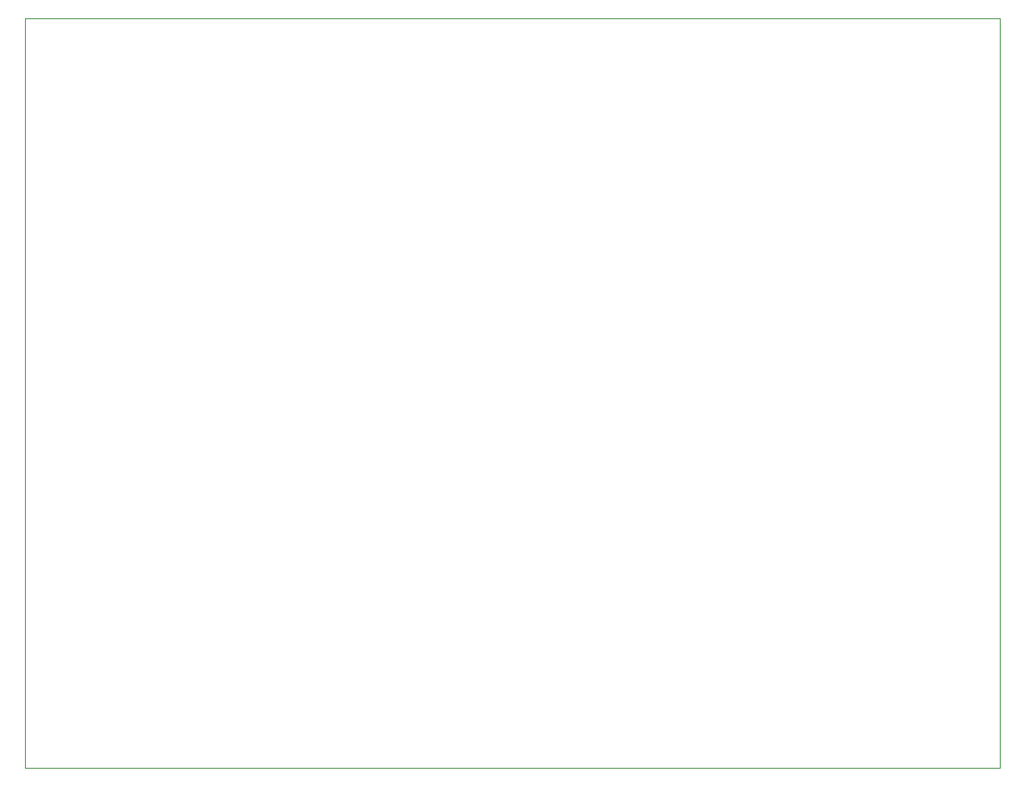
<source format=gbr>
%TF.GenerationSoftware,KiCad,Pcbnew,5.1.10-88a1d61d58~90~ubuntu20.04.1*%
%TF.CreationDate,2023-02-04T19:14:01+01:00*%
%TF.ProjectId,zvire-vetrnik-control,7a766972-652d-4766-9574-726e696b2d63,rev?*%
%TF.SameCoordinates,PX3072580PY9157080*%
%TF.FileFunction,Profile,NP*%
%FSLAX46Y46*%
G04 Gerber Fmt 4.6, Leading zero omitted, Abs format (unit mm)*
G04 Created by KiCad (PCBNEW 5.1.10-88a1d61d58~90~ubuntu20.04.1) date 2023-02-04 19:14:01*
%MOMM*%
%LPD*%
G01*
G04 APERTURE LIST*
%TA.AperFunction,Profile*%
%ADD10C,0.050000*%
%TD*%
G04 APERTURE END LIST*
D10*
X99060000Y0D02*
X0Y0D01*
X99060000Y76200000D02*
X99060000Y0D01*
X0Y76200000D02*
X99060000Y76200000D01*
X0Y0D02*
X0Y76200000D01*
M02*

</source>
